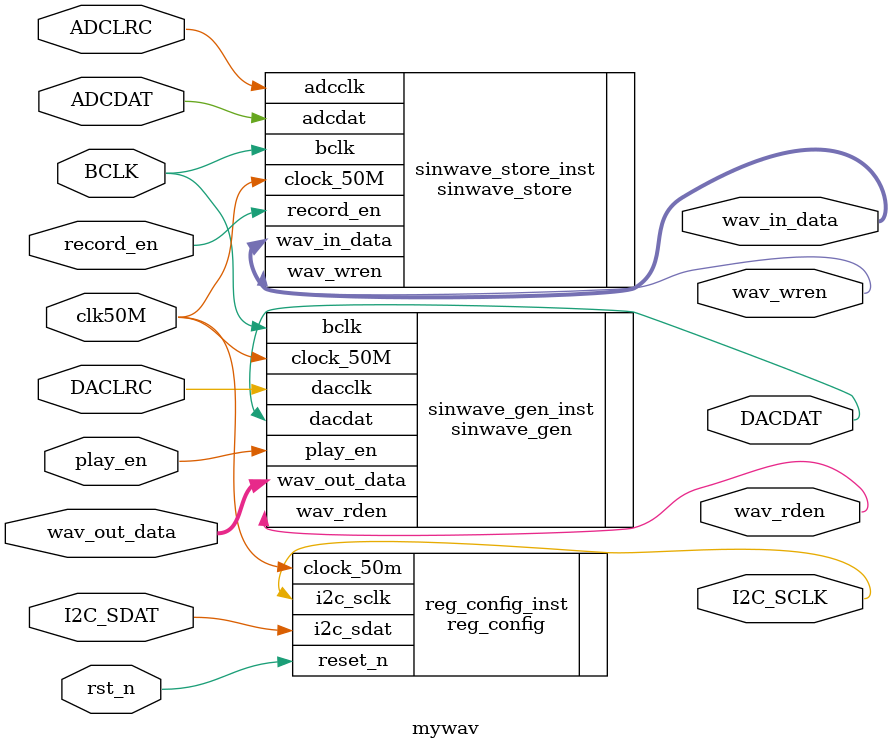
<source format=v>
`timescale 1ns / 1ps
module mywav(
		input 	      clk50M,
	   input          rst_n,	
		
		input  [31:0]	wav_out_data,
		output     	   wav_rden,
		output [31:0] 	wav_in_data,
		output 	      wav_wren,		
		
 	   input          record_en,                  //录音使能信号
		input          play_en,                    //播音使能信号

		input 	      BCLK,		                   //WM8731 IIS/PCM clock
		input 	      DACLRC,                     //WM8731 左右声道输出
		output 	      DACDAT,	                   //WM8731 语音输出	
		input          ADCLRC,                     //WM8731 左右声道输入                
		input          ADCDAT,					       //WM8731 语音输入			      

		
		output   	   I2C_SCLK,                  //I2C control clk
		inout 	      I2C_SDAT                   //I2C control data
);

//配置WM8731的寄存器
reg_config	reg_config_inst(
	.clock_50m    (clk50M),
	.reset_n      (rst_n),
	.i2c_sdat     (I2C_SDAT),
	.i2c_sclk     (I2C_SCLK)
	);

//发送音频数据,right justified
sinwave_gen sinwave_gen_inst(
	.clock_50M    (clk50M),
	
	.bclk         (BCLK),
	.dacclk       (DACLRC),
	.dacdat       (DACDAT),

	.play_en      (play_en),	
	.wav_out_data (wav_out_data),	
	.wav_rden     (wav_rden)
	);
	
//接收音频数据,right justified
sinwave_store sinwave_store_inst(
	.clock_50M    (clk50M),

	.bclk         (BCLK),
	.adcclk       (ADCLRC),	
	.adcdat       (ADCDAT),

	.record_en    (record_en),	
	.wav_in_data  (wav_in_data),	
	.wav_wren     (wav_wren)
	
	);



endmodule

</source>
